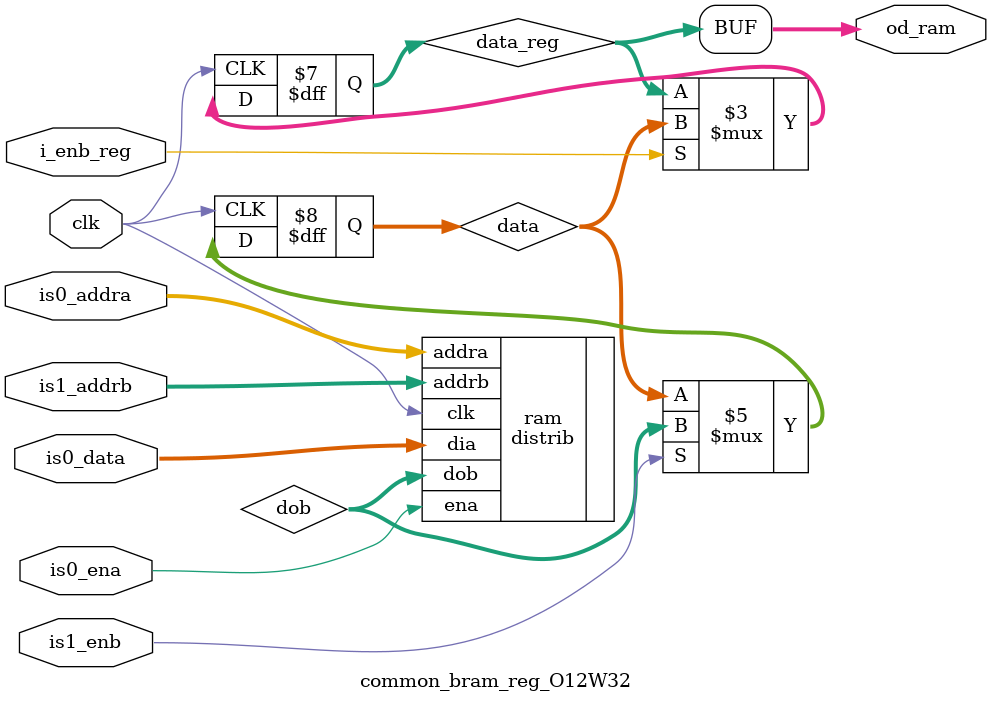
<source format=sv>
`timescale 100ps/100ps

(* keep_hierarchy = "yes" *) module common_bram_reg_O12W32 (
    input  bit clk,
    input  bit is0_ena,
    input  bit [11:0] is0_addra,
    input  bit [31:0] is0_data,
    input  bit is1_enb,
    input  bit [11:0] is1_addrb,
    input  bit i_enb_reg,
    output bit [31:0] od_ram
);


///////////////////////////////////////////////////////////
///////////////////////////////////////////////////////////
bit [31:0] data;
bit [31:0] data_reg;
bit [31:0] dob;

distrib #(
    .ORDER               (12),
    .WIDTH               (32))
ram (
    .clk                 (clk),
    .ena                 (is0_ena),
    .addra               (is0_addra),
    .dia                 (is0_data),
    .addrb               (is1_addrb),
    .dob                 (dob));


///////////////////////////////////////////////////////////
///////////////////////////////////////////////////////////
always_ff @(posedge clk)
begin
    if (is1_enb) begin
        data <= dob;
    end
end
always_ff @(posedge clk)
begin
    if (i_enb_reg) begin
        data_reg <= data;
    end
end
assign od_ram = data_reg;

endmodule
</source>
